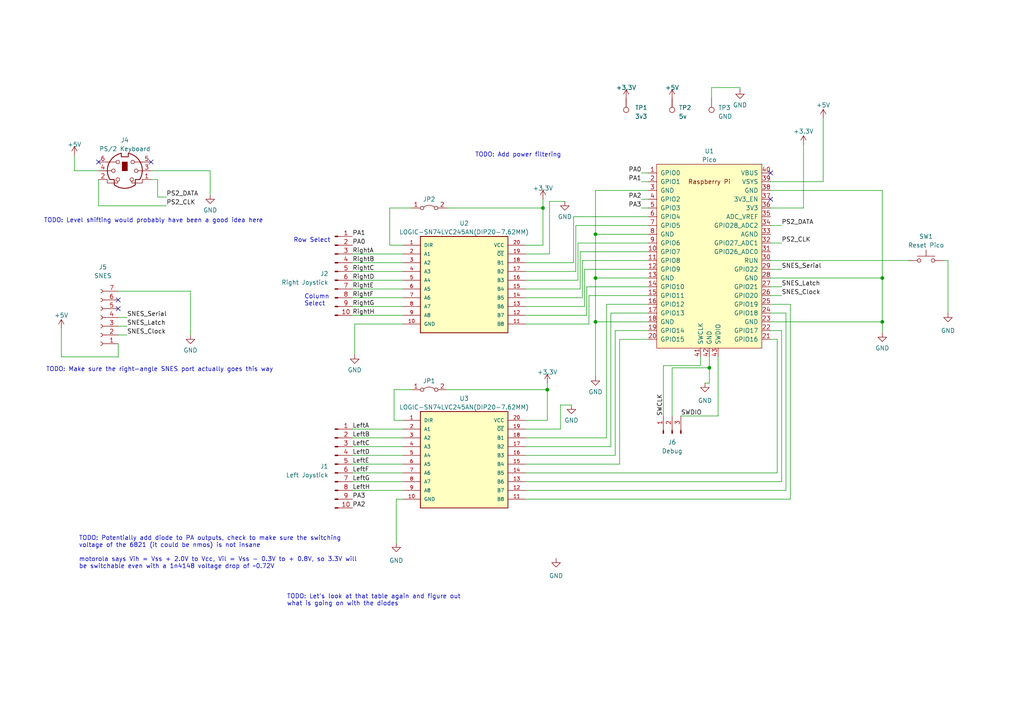
<source format=kicad_sch>
(kicad_sch (version 20230121) (generator eeschema)
  (paper "A4")
  (lib_symbols
    (symbol "Connector:Conn_01x03_Pin" (pin_names (offset 1.016) hide)
      (property "Reference" "J" (at 0 5.08 0))
      (property "Value" "Conn_01x03_Pin" (at 0 -5.08 0))
      (symbol "Conn_01x03_Pin_1_1"
        (polyline (pts (xy 1.27 -2.54) (xy 0.8636 -2.54)) (stroke (width 0.1524)))
        (polyline (pts (xy 1.27 0) (xy 0.8636 0)) (stroke (width 0.1524)))
        (polyline (pts (xy 1.27 2.54) (xy 0.8636 2.54)) (stroke (width 0.1524)))
        (rectangle (start 0.8636 -2.413) (end 0 -2.667) (stroke (width 0.1524)) (fill (type outline)))
        (rectangle (start 0.8636 0.127) (end 0 -0.127) (stroke (width 0.1524)) (fill (type outline)))
        (rectangle (start 0.8636 2.667) (end 0 2.413) (stroke (width 0.1524)) (fill (type outline)))
        (pin passive line (at 5.08 2.54 180) (length 3.81) (name "Pin_1") (number "1"))
        (pin passive line (at 5.08 0 180) (length 3.81) (name "Pin_2") (number "2"))
        (pin passive line (at 5.08 -2.54 180) (length 3.81) (name "Pin_3") (number "3"))
      )
    )
    (symbol "Connector:Conn_01x07_Socket" (pin_names (offset 1.016) hide)
      (property "Reference" "J" (at 0 10.16 0))
      (property "Value" "Conn_01x07_Socket" (at 0 -10.16 0))
      (symbol "Conn_01x07_Socket_1_1"
        (arc (start 0 -7.112) (mid -0.5058 -7.62) (end 0 -8.128) (stroke (width 0.1524)))
        (arc (start 0 -4.572) (mid -0.5058 -5.08) (end 0 -5.588) (stroke (width 0.1524)))
        (arc (start 0 -2.032) (mid -0.5058 -2.54) (end 0 -3.048) (stroke (width 0.1524)))
        (polyline (pts (xy -1.27 -7.62) (xy -0.508 -7.62)) (stroke (width 0.1524)))
        (polyline (pts (xy -1.27 -5.08) (xy -0.508 -5.08)) (stroke (width 0.1524)))
        (polyline (pts (xy -1.27 -2.54) (xy -0.508 -2.54)) (stroke (width 0.1524)))
        (polyline (pts (xy -1.27 0) (xy -0.508 0)) (stroke (width 0.1524)))
        (polyline (pts (xy -1.27 2.54) (xy -0.508 2.54)) (stroke (width 0.1524)))
        (polyline (pts (xy -1.27 5.08) (xy -0.508 5.08)) (stroke (width 0.1524)))
        (polyline (pts (xy -1.27 7.62) (xy -0.508 7.62)) (stroke (width 0.1524)))
        (arc (start 0 0.508) (mid -0.5058 0) (end 0 -0.508) (stroke (width 0.1524)))
        (arc (start 0 3.048) (mid -0.5058 2.54) (end 0 2.032) (stroke (width 0.1524)))
        (arc (start 0 5.588) (mid -0.5058 5.08) (end 0 4.572) (stroke (width 0.1524)))
        (arc (start 0 8.128) (mid -0.5058 7.62) (end 0 7.112) (stroke (width 0.1524)))
        (pin passive line (at -5.08 7.62 0) (length 3.81) (name "Pin_1") (number "1"))
        (pin passive line (at -5.08 5.08 0) (length 3.81) (name "Pin_2") (number "2"))
        (pin passive line (at -5.08 2.54 0) (length 3.81) (name "Pin_3") (number "3"))
        (pin passive line (at -5.08 0 0) (length 3.81) (name "Pin_4") (number "4"))
        (pin passive line (at -5.08 -2.54 0) (length 3.81) (name "Pin_5") (number "5"))
        (pin passive line (at -5.08 -5.08 0) (length 3.81) (name "Pin_6") (number "6"))
        (pin passive line (at -5.08 -7.62 0) (length 3.81) (name "Pin_7") (number "7"))
      )
    )
    (symbol "Connector:Conn_01x10_Pin" (pin_names (offset 1.016) hide)
      (property "Reference" "J" (at 0 12.7 0))
      (property "Value" "Conn_01x10_Pin" (at 0 -15.24 0))
      (symbol "Conn_01x10_Pin_1_1"
        (polyline (pts (xy 1.27 -12.7) (xy 0.8636 -12.7)) (stroke (width 0.1524)))
        (polyline (pts (xy 1.27 -10.16) (xy 0.8636 -10.16)) (stroke (width 0.1524)))
        (polyline (pts (xy 1.27 -7.62) (xy 0.8636 -7.62)) (stroke (width 0.1524)))
        (polyline (pts (xy 1.27 -5.08) (xy 0.8636 -5.08)) (stroke (width 0.1524)))
        (polyline (pts (xy 1.27 -2.54) (xy 0.8636 -2.54)) (stroke (width 0.1524)))
        (polyline (pts (xy 1.27 0) (xy 0.8636 0)) (stroke (width 0.1524)))
        (polyline (pts (xy 1.27 2.54) (xy 0.8636 2.54)) (stroke (width 0.1524)))
        (polyline (pts (xy 1.27 5.08) (xy 0.8636 5.08)) (stroke (width 0.1524)))
        (polyline (pts (xy 1.27 7.62) (xy 0.8636 7.62)) (stroke (width 0.1524)))
        (polyline (pts (xy 1.27 10.16) (xy 0.8636 10.16)) (stroke (width 0.1524)))
        (rectangle (start 0.8636 -12.573) (end 0 -12.827) (stroke (width 0.1524)) (fill (type outline)))
        (rectangle (start 0.8636 -10.033) (end 0 -10.287) (stroke (width 0.1524)) (fill (type outline)))
        (rectangle (start 0.8636 -7.493) (end 0 -7.747) (stroke (width 0.1524)) (fill (type outline)))
        (rectangle (start 0.8636 -4.953) (end 0 -5.207) (stroke (width 0.1524)) (fill (type outline)))
        (rectangle (start 0.8636 -2.413) (end 0 -2.667) (stroke (width 0.1524)) (fill (type outline)))
        (rectangle (start 0.8636 0.127) (end 0 -0.127) (stroke (width 0.1524)) (fill (type outline)))
        (rectangle (start 0.8636 2.667) (end 0 2.413) (stroke (width 0.1524)) (fill (type outline)))
        (rectangle (start 0.8636 5.207) (end 0 4.953) (stroke (width 0.1524)) (fill (type outline)))
        (rectangle (start 0.8636 7.747) (end 0 7.493) (stroke (width 0.1524)) (fill (type outline)))
        (rectangle (start 0.8636 10.287) (end 0 10.033) (stroke (width 0.1524)) (fill (type outline)))
        (pin passive line (at 5.08 10.16 180) (length 3.81) (name "Pin_1") (number "1"))
        (pin passive line (at 5.08 -12.7 180) (length 3.81) (name "Pin_10") (number "10"))
        (pin passive line (at 5.08 7.62 180) (length 3.81) (name "Pin_2") (number "2"))
        (pin passive line (at 5.08 5.08 180) (length 3.81) (name "Pin_3") (number "3"))
        (pin passive line (at 5.08 2.54 180) (length 3.81) (name "Pin_4") (number "4"))
        (pin passive line (at 5.08 0 180) (length 3.81) (name "Pin_5") (number "5"))
        (pin passive line (at 5.08 -2.54 180) (length 3.81) (name "Pin_6") (number "6"))
        (pin passive line (at 5.08 -5.08 180) (length 3.81) (name "Pin_7") (number "7"))
        (pin passive line (at 5.08 -7.62 180) (length 3.81) (name "Pin_8") (number "8"))
        (pin passive line (at 5.08 -10.16 180) (length 3.81) (name "Pin_9") (number "9"))
      )
    )
    (symbol "Connector:Mini-DIN-6" (pin_names (offset 1.016))
      (property "Reference" "J" (at 0 6.35 0))
      (property "Value" "Mini-DIN-6" (at 0 -6.35 0))
      (symbol "Mini-DIN-6_0_1"
        (circle (center -3.302 0) (radius 0.508))
        (arc (start -3.048 -4.064) (mid 0 -5.08) (end 3.048 -4.064) (stroke (width 0.254)))
        (circle (center -2.032 -2.54) (radius 0.508))
        (circle (center -2.032 2.54) (radius 0.508))
        (arc (start -1.016 5.08) (mid -4.6228 2.1214) (end -4.318 -2.54) (stroke (width 0.254)))
        (rectangle (start -0.762 2.54) (end 0.762 0) (fill (type outline)))
        (polyline (pts (xy -3.81 0) (xy -5.08 0)))
        (polyline (pts (xy -2.54 2.54) (xy -5.08 2.54)))
        (polyline (pts (xy 2.794 2.54) (xy 5.08 2.54)))
        (polyline (pts (xy 5.08 0) (xy 3.81 0)))
        (polyline (pts (xy -4.318 -2.54) (xy -3.048 -2.54) (xy -3.048 -4.064)) (stroke (width 0.254)))
        (polyline (pts (xy 4.318 -2.54) (xy 3.048 -2.54) (xy 3.048 -4.064)) (stroke (width 0.254)))
        (polyline (pts (xy -2.032 -3.048) (xy -2.032 -3.556) (xy -5.08 -3.556) (xy -5.08 -2.54)))
        (polyline (pts (xy -1.016 5.08) (xy -1.016 4.064) (xy 1.016 4.064) (xy 1.016 5.08)) (stroke (width 0.254)))
        (polyline (pts (xy 2.032 -3.048) (xy 2.032 -3.556) (xy 5.08 -3.556) (xy 5.08 -2.54)))
        (circle (center 2.032 -2.54) (radius 0.508))
        (circle (center 2.286 2.54) (radius 0.508))
        (circle (center 3.302 0) (radius 0.508))
        (arc (start 4.318 -2.54) (mid 4.6661 2.1322) (end 1.016 5.08) (stroke (width 0.254)))
      )
      (symbol "Mini-DIN-6_1_1"
        (pin passive line (at 7.62 -2.54 180) (length 2.54) (name "~") (number "1"))
        (pin passive line (at -7.62 -2.54 0) (length 2.54) (name "~") (number "2"))
        (pin passive line (at 7.62 0 180) (length 2.54) (name "~") (number "3"))
        (pin passive line (at -7.62 0 0) (length 2.54) (name "~") (number "4"))
        (pin passive line (at 7.62 2.54 180) (length 2.54) (name "~") (number "5"))
        (pin passive line (at -7.62 2.54 0) (length 2.54) (name "~") (number "6"))
      )
    )
    (symbol "Connector:TestPoint" (pin_numbers hide) (pin_names (offset 0.762) hide)
      (property "Reference" "TP" (at 0 6.858 0))
      (property "Value" "TestPoint" (at 0 5.08 0))
      (symbol "TestPoint_0_1"
        (circle (center 0 3.302) (radius 0.762))
      )
      (symbol "TestPoint_1_1"
        (pin passive line (at 0 0 90) (length 2.54) (name "1") (number "1"))
      )
    )
    (symbol "Jumper:Jumper_2_Bridged" (pin_names (offset 0) hide)
      (property "Reference" "JP" (at 0 1.905 0))
      (property "Value" "Jumper_2_Bridged" (at 0 -2.54 0))
      (symbol "Jumper_2_Bridged_0_0"
        (circle (center -2.032 0) (radius 0.508))
        (circle (center 2.032 0) (radius 0.508))
      )
      (symbol "Jumper_2_Bridged_0_1"
        (arc (start 1.524 0.254) (mid 0 0.762) (end -1.524 0.254))
      )
      (symbol "Jumper_2_Bridged_1_1"
        (pin passive line (at -5.08 0 0) (length 2.54) (name "A") (number "1"))
        (pin passive line (at 5.08 0 180) (length 2.54) (name "B") (number "2"))
      )
    )
    (symbol "LOGIC-SN74LVC245AN_DIP20-7.62MM_:LOGIC-SN74LVC245AN(DIP20-7.62MM)" (pin_names (offset 1.016))
      (property "Reference" "U" (at -12.7098 16.5227 0))
      (property "Value" "LOGIC-SN74LVC245AN(DIP20-7.62MM)" (at -6.3603 16.5367 0))
      (symbol "LOGIC-SN74LVC245AN(DIP20-7.62MM)_0_0"
        (rectangle (start -12.7 -12.7) (end 12.7 15.24) (stroke (width 0.254)) (fill (type background)))
        (pin bidirectional line (at -17.78 12.7 0) (length 5.08) (name "DIR") (number "1"))
        (pin bidirectional line (at -17.78 -10.16 0) (length 5.08) (name "GND") (number "10"))
        (pin bidirectional line (at 17.78 -10.16 180) (length 5.08) (name "B8") (number "11"))
        (pin bidirectional line (at 17.78 -7.62 180) (length 5.08) (name "B7") (number "12"))
        (pin bidirectional line (at 17.78 -5.08 180) (length 5.08) (name "B6") (number "13"))
        (pin bidirectional line (at 17.78 -2.54 180) (length 5.08) (name "B5") (number "14"))
        (pin bidirectional line (at 17.78 0 180) (length 5.08) (name "B4") (number "15"))
        (pin bidirectional line (at 17.78 2.54 180) (length 5.08) (name "B3") (number "16"))
        (pin bidirectional line (at 17.78 5.08 180) (length 5.08) (name "B2") (number "17"))
        (pin bidirectional line (at 17.78 7.62 180) (length 5.08) (name "B1") (number "18"))
        (pin bidirectional line (at 17.78 10.16 180) (length 5.08) (name "~{OE}") (number "19"))
        (pin bidirectional line (at -17.78 10.16 0) (length 5.08) (name "A1") (number "2"))
        (pin bidirectional line (at 17.78 12.7 180) (length 5.08) (name "VCC") (number "20"))
        (pin bidirectional line (at -17.78 7.62 0) (length 5.08) (name "A2") (number "3"))
        (pin bidirectional line (at -17.78 5.08 0) (length 5.08) (name "A3") (number "4"))
        (pin bidirectional line (at -17.78 2.54 0) (length 5.08) (name "A4") (number "5"))
        (pin bidirectional line (at -17.78 0 0) (length 5.08) (name "A5") (number "6"))
        (pin bidirectional line (at -17.78 -2.54 0) (length 5.08) (name "A6") (number "7"))
        (pin bidirectional line (at -17.78 -5.08 0) (length 5.08) (name "A7") (number "8"))
        (pin bidirectional line (at -17.78 -7.62 0) (length 5.08) (name "A8") (number "9"))
      )
    )
    (symbol "MCU_RaspberryPi_and_Boards:Pico" (pin_names (offset 1.016))
      (property "Reference" "U" (at -13.97 27.94 0))
      (property "Value" "Pico" (at 0 19.05 0))
      (symbol "Pico_0_0"
        (text "Raspberry Pi" (at 0 21.59 0) (effects (font (size 1.27 1.27))))
      )
      (symbol "Pico_0_1"
        (rectangle (start -15.24 26.67) (end 15.24 -26.67) (fill (type background)))
      )
      (symbol "Pico_1_1"
        (pin bidirectional line (at -17.78 24.13 0) (length 2.54) (name "GPIO0") (number "1"))
        (pin bidirectional line (at -17.78 1.27 0) (length 2.54) (name "GPIO7") (number "10"))
        (pin bidirectional line (at -17.78 -1.27 0) (length 2.54) (name "GPIO8") (number "11"))
        (pin bidirectional line (at -17.78 -3.81 0) (length 2.54) (name "GPIO9") (number "12"))
        (pin power_in line (at -17.78 -6.35 0) (length 2.54) (name "GND") (number "13"))
        (pin bidirectional line (at -17.78 -8.89 0) (length 2.54) (name "GPIO10") (number "14"))
        (pin bidirectional line (at -17.78 -11.43 0) (length 2.54) (name "GPIO11") (number "15"))
        (pin bidirectional line (at -17.78 -13.97 0) (length 2.54) (name "GPIO12") (number "16"))
        (pin bidirectional line (at -17.78 -16.51 0) (length 2.54) (name "GPIO13") (number "17"))
        (pin power_in line (at -17.78 -19.05 0) (length 2.54) (name "GND") (number "18"))
        (pin bidirectional line (at -17.78 -21.59 0) (length 2.54) (name "GPIO14") (number "19"))
        (pin bidirectional line (at -17.78 21.59 0) (length 2.54) (name "GPIO1") (number "2"))
        (pin bidirectional line (at -17.78 -24.13 0) (length 2.54) (name "GPIO15") (number "20"))
        (pin bidirectional line (at 17.78 -24.13 180) (length 2.54) (name "GPIO16") (number "21"))
        (pin bidirectional line (at 17.78 -21.59 180) (length 2.54) (name "GPIO17") (number "22"))
        (pin power_in line (at 17.78 -19.05 180) (length 2.54) (name "GND") (number "23"))
        (pin bidirectional line (at 17.78 -16.51 180) (length 2.54) (name "GPIO18") (number "24"))
        (pin bidirectional line (at 17.78 -13.97 180) (length 2.54) (name "GPIO19") (number "25"))
        (pin bidirectional line (at 17.78 -11.43 180) (length 2.54) (name "GPIO20") (number "26"))
        (pin bidirectional line (at 17.78 -8.89 180) (length 2.54) (name "GPIO21") (number "27"))
        (pin power_in line (at 17.78 -6.35 180) (length 2.54) (name "GND") (number "28"))
        (pin bidirectional line (at 17.78 -3.81 180) (length 2.54) (name "GPIO22") (number "29"))
        (pin power_in line (at -17.78 19.05 0) (length 2.54) (name "GND") (number "3"))
        (pin input line (at 17.78 -1.27 180) (length 2.54) (name "RUN") (number "30"))
        (pin bidirectional line (at 17.78 1.27 180) (length 2.54) (name "GPIO26_ADC0") (number "31"))
        (pin bidirectional line (at 17.78 3.81 180) (length 2.54) (name "GPIO27_ADC1") (number "32"))
        (pin power_in line (at 17.78 6.35 180) (length 2.54) (name "AGND") (number "33"))
        (pin bidirectional line (at 17.78 8.89 180) (length 2.54) (name "GPIO28_ADC2") (number "34"))
        (pin unspecified line (at 17.78 11.43 180) (length 2.54) (name "ADC_VREF") (number "35"))
        (pin power_out line (at 17.78 13.97 180) (length 2.54) (name "3V3") (number "36"))
        (pin input line (at 17.78 16.51 180) (length 2.54) (name "3V3_EN") (number "37"))
        (pin power_in line (at 17.78 19.05 180) (length 2.54) (name "GND") (number "38"))
        (pin power_in line (at 17.78 21.59 180) (length 2.54) (name "VSYS") (number "39"))
        (pin bidirectional line (at -17.78 16.51 0) (length 2.54) (name "GPIO2") (number "4"))
        (pin power_out line (at 17.78 24.13 180) (length 2.54) (name "VBUS") (number "40"))
        (pin input line (at -2.54 -29.21 90) (length 2.54) (name "SWCLK") (number "41"))
        (pin power_in line (at 0 -29.21 90) (length 2.54) (name "GND") (number "42"))
        (pin bidirectional line (at 2.54 -29.21 90) (length 2.54) (name "SWDIO") (number "43"))
        (pin bidirectional line (at -17.78 13.97 0) (length 2.54) (name "GPIO3") (number "5"))
        (pin bidirectional line (at -17.78 11.43 0) (length 2.54) (name "GPIO4") (number "6"))
        (pin bidirectional line (at -17.78 8.89 0) (length 2.54) (name "GPIO5") (number "7"))
        (pin power_in line (at -17.78 6.35 0) (length 2.54) (name "GND") (number "8"))
        (pin bidirectional line (at -17.78 3.81 0) (length 2.54) (name "GPIO6") (number "9"))
      )
    )
    (symbol "Switch:SW_Push" (pin_numbers hide) (pin_names (offset 1.016) hide)
      (property "Reference" "SW" (at 1.27 2.54 0))
      (property "Value" "SW_Push" (at 0 -1.524 0))
      (symbol "SW_Push_0_1"
        (circle (center -2.032 0) (radius 0.508))
        (polyline (pts (xy 0 1.27) (xy 0 3.048)))
        (polyline (pts (xy 2.54 1.27) (xy -2.54 1.27)))
        (circle (center 2.032 0) (radius 0.508))
        (pin passive line (at -5.08 0 0) (length 2.54) (name "1") (number "1"))
        (pin passive line (at 5.08 0 180) (length 2.54) (name "2") (number "2"))
      )
    )
    (symbol "power:+3.3V" (power) (pin_names (offset 0))
      (property "Value" "+3.3V" (at 0 3.556 0))
      (symbol "+3.3V_0_1"
        (polyline (pts (xy -0.762 1.27) (xy 0 2.54)))
        (polyline (pts (xy 0 0) (xy 0 2.54)))
        (polyline (pts (xy 0 2.54) (xy 0.762 1.27)))
      )
      (symbol "+3.3V_1_1"
        (pin power_in line (at 0 0 90) (length 0) hide (name "+3.3V") (number "1"))
      )
    )
    (symbol "power:+5V" (power) (pin_names (offset 0))
      (property "Value" "+5V" (at 0 3.556 0))
      (symbol "+5V_0_1"
        (polyline (pts (xy -0.762 1.27) (xy 0 2.54)))
        (polyline (pts (xy 0 0) (xy 0 2.54)))
        (polyline (pts (xy 0 2.54) (xy 0.762 1.27)))
      )
      (symbol "+5V_1_1"
        (pin power_in line (at 0 0 90) (length 0) hide (name "+5V") (number "1"))
      )
    )
    (symbol "power:GND" (power) (pin_names (offset 0))
      (property "Value" "GND" (at 0 -3.81 0))
      (symbol "GND_0_1"
        (polyline (pts (xy 0 0) (xy 0 -1.27) (xy 1.27 -1.27) (xy 0 -2.54) (xy -1.27 -1.27) (xy 0 -1.27)))
      )
      (symbol "GND_1_1"
        (pin power_in line (at 0 0 270) (length 0) hide (name "GND") (number "1"))
      )
    )
  )
  (junction (at 172.72 80.645))
  (junction (at 157.48 60.325))
  (junction (at 205.74 106.68))
  (junction (at 255.905 93.345))
  (junction (at 172.72 93.345))
  (junction (at 255.905 80.645))
  (junction (at 158.75 113.03))
  (junction (at 172.72 67.945))
  (no_connect (at 34.29 89.535))
  (no_connect (at 28.575 46.99))
  (no_connect (at 223.52 57.785))
  (no_connect (at 34.29 86.995))
  (no_connect (at 223.52 50.165))
  (no_connect (at 43.815 46.99))
  (wire (pts (xy 187.96 83.185) (xy 170.18 83.185)))
  (wire (pts (xy 186.055 50.165) (xy 187.96 50.165)))
  (wire (pts (xy 263.525 75.565) (xy 223.52 75.565)))
  (wire (pts (xy 255.905 55.245) (xy 223.52 55.245)))
  (wire (pts (xy 60.96 49.53) (xy 43.815 49.53)))
  (wire (pts (xy 187.96 70.485) (xy 167.64 70.485)))
  (wire (pts (xy 102.235 142.24) (xy 116.84 142.24)))
  (wire (pts (xy 157.48 60.325) (xy 157.48 71.12)))
  (wire (pts (xy 102.235 86.36) (xy 116.84 86.36)))
  (wire (pts (xy 102.235 139.7) (xy 116.84 139.7)))
  (wire (pts (xy 187.96 78.105) (xy 169.545 78.105)))
  (wire (pts (xy 162.56 124.46) (xy 152.4 124.46)))
  (wire (pts (xy 192.405 120.65) (xy 192.405 106.045)))
  (wire (pts (xy 223.52 83.185) (xy 226.695 83.185)))
  (wire (pts (xy 17.78 95.25) (xy 17.78 103.505)))
  (wire (pts (xy 162.56 117.475) (xy 162.56 124.46)))
  (wire (pts (xy 223.52 78.105) (xy 226.695 78.105)))
  (wire (pts (xy 152.4 71.12) (xy 157.48 71.12)))
  (wire (pts (xy 205.74 106.68) (xy 194.945 106.68)))
  (wire (pts (xy 166.37 76.2) (xy 152.4 76.2)))
  (wire (pts (xy 102.235 91.44) (xy 116.84 91.44)))
  (wire (pts (xy 172.72 80.645) (xy 172.72 93.345)))
  (wire (pts (xy 152.4 137.16) (xy 225.425 137.16)))
  (wire (pts (xy 187.96 75.565) (xy 168.91 75.565)))
  (wire (pts (xy 214.63 25.4) (xy 214.63 26.035)))
  (wire (pts (xy 206.375 25.4) (xy 206.375 28.575)))
  (wire (pts (xy 238.76 34.29) (xy 238.76 52.705)))
  (wire (pts (xy 223.52 70.485) (xy 226.695 70.485)))
  (wire (pts (xy 114.935 157.48) (xy 114.935 144.78)))
  (wire (pts (xy 225.425 98.425) (xy 225.425 137.16)))
  (wire (pts (xy 223.52 65.405) (xy 226.695 65.405)))
  (wire (pts (xy 169.545 78.105) (xy 169.545 88.9)))
  (wire (pts (xy 102.235 81.28) (xy 116.84 81.28)))
  (wire (pts (xy 152.4 127) (xy 175.895 127)))
  (wire (pts (xy 205.74 106.68) (xy 205.74 103.505)))
  (wire (pts (xy 167.64 70.485) (xy 167.64 81.28)))
  (wire (pts (xy 255.905 80.645) (xy 255.905 55.245)))
  (wire (pts (xy 205.74 111.125) (xy 205.74 106.68)))
  (wire (pts (xy 229.235 88.265) (xy 229.235 144.78)))
  (wire (pts (xy 159.385 73.66) (xy 152.4 73.66)))
  (wire (pts (xy 152.4 83.82) (xy 168.275 83.82)))
  (wire (pts (xy 158.75 121.92) (xy 152.4 121.92)))
  (wire (pts (xy 187.96 73.025) (xy 168.275 73.025)))
  (wire (pts (xy 114.3 121.92) (xy 116.84 121.92)))
  (wire (pts (xy 233.045 41.91) (xy 233.045 60.325)))
  (wire (pts (xy 172.72 55.245) (xy 172.72 67.945)))
  (wire (pts (xy 102.235 124.46) (xy 116.84 124.46)))
  (wire (pts (xy 152.4 134.62) (xy 179.705 134.62)))
  (wire (pts (xy 186.055 57.785) (xy 187.96 57.785)))
  (wire (pts (xy 192.405 106.045) (xy 203.2 106.045)))
  (wire (pts (xy 238.76 52.705) (xy 223.52 52.705)))
  (wire (pts (xy 255.905 96.52) (xy 255.905 93.345)))
  (wire (pts (xy 225.425 98.425) (xy 223.52 98.425)))
  (wire (pts (xy 28.575 59.69) (xy 28.575 52.07)))
  (wire (pts (xy 17.78 103.505) (xy 34.29 103.505)))
  (wire (pts (xy 102.87 102.87) (xy 102.87 93.98)))
  (wire (pts (xy 226.695 95.885) (xy 226.695 139.7)))
  (wire (pts (xy 158.75 111.125) (xy 158.75 113.03)))
  (wire (pts (xy 187.96 95.885) (xy 178.435 95.885)))
  (wire (pts (xy 129.54 60.325) (xy 157.48 60.325)))
  (wire (pts (xy 170.815 93.98) (xy 152.4 93.98)))
  (wire (pts (xy 119.38 113.03) (xy 114.3 113.03)))
  (wire (pts (xy 223.52 85.725) (xy 226.695 85.725)))
  (wire (pts (xy 170.815 85.725) (xy 170.815 93.98)))
  (wire (pts (xy 162.56 117.475) (xy 165.735 117.475)))
  (wire (pts (xy 34.29 97.155) (xy 36.83 97.155)))
  (wire (pts (xy 166.37 62.865) (xy 166.37 76.2)))
  (wire (pts (xy 152.4 144.78) (xy 229.235 144.78)))
  (wire (pts (xy 102.235 83.82) (xy 116.84 83.82)))
  (wire (pts (xy 116.84 71.12) (xy 113.03 71.12)))
  (wire (pts (xy 167.005 65.405) (xy 167.005 78.74)))
  (wire (pts (xy 168.91 86.36) (xy 152.4 86.36)))
  (wire (pts (xy 152.4 132.08) (xy 178.435 132.08)))
  (wire (pts (xy 203.2 106.045) (xy 203.2 103.505)))
  (wire (pts (xy 170.18 91.44) (xy 152.4 91.44)))
  (wire (pts (xy 273.685 75.565) (xy 274.955 75.565)))
  (wire (pts (xy 255.905 80.645) (xy 255.905 93.345)))
  (wire (pts (xy 21.59 49.53) (xy 21.59 45.085)))
  (wire (pts (xy 226.695 95.885) (xy 223.52 95.885)))
  (wire (pts (xy 208.28 120.65) (xy 208.28 103.505)))
  (wire (pts (xy 45.72 52.07) (xy 43.815 52.07)))
  (wire (pts (xy 204.47 111.125) (xy 205.74 111.125)))
  (wire (pts (xy 187.96 55.245) (xy 172.72 55.245)))
  (wire (pts (xy 152.4 139.7) (xy 226.695 139.7)))
  (wire (pts (xy 168.275 73.025) (xy 168.275 83.82)))
  (wire (pts (xy 102.235 137.16) (xy 116.84 137.16)))
  (wire (pts (xy 158.75 113.03) (xy 158.75 121.92)))
  (wire (pts (xy 172.72 109.22) (xy 172.72 93.345)))
  (wire (pts (xy 55.245 84.455) (xy 55.245 97.155)))
  (wire (pts (xy 187.96 67.945) (xy 172.72 67.945)))
  (wire (pts (xy 102.235 73.66) (xy 116.84 73.66)))
  (wire (pts (xy 177.165 90.805) (xy 187.96 90.805)))
  (wire (pts (xy 227.965 90.805) (xy 223.52 90.805)))
  (wire (pts (xy 175.895 88.265) (xy 175.895 127)))
  (wire (pts (xy 177.165 90.805) (xy 177.165 129.54)))
  (wire (pts (xy 214.63 25.4) (xy 206.375 25.4)))
  (wire (pts (xy 179.705 98.425) (xy 179.705 134.62)))
  (wire (pts (xy 179.705 98.425) (xy 187.96 98.425)))
  (wire (pts (xy 187.96 65.405) (xy 167.005 65.405)))
  (wire (pts (xy 274.955 75.565) (xy 274.955 90.805)))
  (wire (pts (xy 34.29 94.615) (xy 36.83 94.615)))
  (wire (pts (xy 102.235 129.54) (xy 116.84 129.54)))
  (wire (pts (xy 233.045 60.325) (xy 223.52 60.325)))
  (wire (pts (xy 178.435 95.885) (xy 178.435 132.08)))
  (wire (pts (xy 28.575 49.53) (xy 21.59 49.53)))
  (wire (pts (xy 187.96 62.865) (xy 166.37 62.865)))
  (wire (pts (xy 172.72 67.945) (xy 172.72 80.645)))
  (wire (pts (xy 159.385 58.42) (xy 159.385 73.66)))
  (wire (pts (xy 34.29 84.455) (xy 55.245 84.455)))
  (wire (pts (xy 34.29 103.505) (xy 34.29 99.695)))
  (wire (pts (xy 114.3 113.03) (xy 114.3 121.92)))
  (wire (pts (xy 157.48 57.785) (xy 157.48 60.325)))
  (wire (pts (xy 169.545 88.9) (xy 152.4 88.9)))
  (wire (pts (xy 197.485 120.65) (xy 208.28 120.65)))
  (wire (pts (xy 102.87 93.98) (xy 116.84 93.98)))
  (wire (pts (xy 168.91 75.565) (xy 168.91 86.36)))
  (wire (pts (xy 186.055 52.705) (xy 187.96 52.705)))
  (wire (pts (xy 167.64 81.28) (xy 152.4 81.28)))
  (wire (pts (xy 152.4 142.24) (xy 227.965 142.24)))
  (wire (pts (xy 102.235 127) (xy 116.84 127)))
  (wire (pts (xy 34.29 92.075) (xy 36.83 92.075)))
  (wire (pts (xy 102.235 134.62) (xy 116.84 134.62)))
  (wire (pts (xy 255.905 93.345) (xy 223.52 93.345)))
  (wire (pts (xy 227.965 90.805) (xy 227.965 142.24)))
  (wire (pts (xy 102.235 76.2) (xy 116.84 76.2)))
  (wire (pts (xy 186.055 60.325) (xy 187.96 60.325)))
  (wire (pts (xy 187.96 80.645) (xy 172.72 80.645)))
  (wire (pts (xy 113.03 60.325) (xy 119.38 60.325)))
  (wire (pts (xy 158.75 113.03) (xy 129.54 113.03)))
  (wire (pts (xy 167.005 78.74) (xy 152.4 78.74)))
  (wire (pts (xy 194.945 106.68) (xy 194.945 120.65)))
  (wire (pts (xy 113.03 71.12) (xy 113.03 60.325)))
  (wire (pts (xy 223.52 80.645) (xy 255.905 80.645)))
  (wire (pts (xy 45.72 57.15) (xy 45.72 52.07)))
  (wire (pts (xy 60.96 56.515) (xy 60.96 49.53)))
  (wire (pts (xy 163.83 58.42) (xy 159.385 58.42)))
  (wire (pts (xy 170.18 83.185) (xy 170.18 91.44)))
  (wire (pts (xy 172.72 93.345) (xy 187.96 93.345)))
  (wire (pts (xy 175.895 88.265) (xy 187.96 88.265)))
  (wire (pts (xy 152.4 129.54) (xy 177.165 129.54)))
  (wire (pts (xy 229.235 88.265) (xy 223.52 88.265)))
  (wire (pts (xy 114.935 144.78) (xy 116.84 144.78)))
  (wire (pts (xy 48.26 59.69) (xy 28.575 59.69)))
  (wire (pts (xy 48.26 57.15) (xy 45.72 57.15)))
  (wire (pts (xy 187.96 85.725) (xy 170.815 85.725)))
  (wire (pts (xy 102.235 88.9) (xy 116.84 88.9)))
  (wire (pts (xy 102.235 78.74) (xy 116.84 78.74)))
  (wire (pts (xy 102.235 132.08) (xy 116.84 132.08)))
  (text "TODO: Make sure the right-angle SNES port actually goes this way" (at 13.335 107.95 0) (effects (font (size 1.27 1.27)) (justify left bottom)))
  (text "Column\nSelect" (at 88.265 88.9 0) (effects (font (size 1.27 1.27)) (justify left bottom)))
  (text "TODO: Potentially add diode to PA outputs, check to make sure the switching\nvoltage of the 6821 (it could be nmos) is not insane\n\nmotorola says Vih = Vss + 2.0V to Vcc, Vil = Vss - 0.3V to + 0.8V, so 3.3V will\nbe switchable even with a 1n4148 voltage drop of ~0.72V" (at 22.86 165.1 0) (effects (font (size 1.27 1.27)) (justify left bottom)))
  (text "TODO: Level shifting would probably have been a good idea here" (at 12.7 64.77 0) (effects (font (size 1.27 1.27)) (justify left bottom)))
  (text "TODO: Add power filtering" (at 137.795 45.72 0) (effects (font (size 1.27 1.27)) (justify left bottom)))
  (text "TODO: Let's look at that table again and figure out\nwhat is going on with the diodes" (at 83.185 175.895 0) (effects (font (size 1.27 1.27)) (justify left bottom)))
  (text "Row Select" (at 85.09 70.485 0) (effects (font (size 1.27 1.27)) (justify left bottom)))
  (label "LeftB" (at 102.235 127 0))
  (label "LeftE" (at 102.235 134.62 0))
  (label "PA3" (at 102.235 144.78 0))
  (label "PA0" (at 102.235 71.12 0))
  (label "RightA" (at 102.235 73.66 0))
  (label "SWDIO" (at 197.485 120.65 0))
  (label "RightD" (at 102.235 81.28 0))
  (label "LeftC" (at 102.235 129.54 0))
  (label "LeftF" (at 102.235 137.16 0))
  (label "LeftD" (at 102.235 132.08 0))
  (label "PS2_DATA" (at 226.695 65.405 0))
  (label "PA2" (at 186.055 57.785 180))
  (label "PA3" (at 186.055 60.325 180))
  (label "PA1" (at 186.055 52.705 180))
  (label "LeftA" (at 102.235 124.46 0))
  (label "LeftH" (at 102.235 142.24 0))
  (label "RightF" (at 102.235 86.36 0))
  (label "LeftG" (at 102.235 139.7 0))
  (label "SNES_Serial" (at 36.83 92.075 0))
  (label "RightH" (at 102.235 91.44 0))
  (label "SWCLK" (at 192.405 120.65 90))
  (label "SNES_Serial" (at 226.695 78.105 0))
  (label "SNES_Latch" (at 226.695 83.185 0))
  (label "RightE" (at 102.235 83.82 0))
  (label "PA2" (at 102.235 147.32 0))
  (label "PA1" (at 102.235 68.58 0))
  (label "RightB" (at 102.235 76.2 0))
  (label "SNES_Clock" (at 36.83 97.155 0))
  (label "SNES_Latch" (at 36.83 94.615 0))
  (label "SNES_Clock" (at 226.695 85.725 0))
  (label "PS2_DATA" (at 48.26 57.15 0))
  (label "PS2_CLK" (at 226.695 70.485 0))
  (label "RightG" (at 102.235 88.9 0))
  (label "RightC" (at 102.235 78.74 0))
  (label "PA0" (at 186.055 50.165 180))
  (label "PS2_CLK" (at 48.26 59.69 0))
  (symbol (lib_id "power:GND") (at 55.245 97.155 0) (unit 1)
    (property "Reference" "#PWR05" (effects hide))
    (property "Value" "GND" (at 55.245 101.6 0))
  )
  (symbol (lib_id "Connector:TestPoint") (at 181.61 28.575 180) (unit 1)
    (property "Reference" "TP1" (at 184.15 31.242 0) (effects (justify right)))
    (property "Value" "3v3" (at 184.15 33.782 0) (effects (justify right)))
    (property "Footprint" "TestPoint:TestPoint_Loop_D1.80mm_Drill1.0mm_Beaded" (effects hide))
  )
  (symbol (lib_id "power:GND") (at 255.905 96.52 0) (unit 1)
    (property "Reference" "#PWR08" (effects hide))
    (property "Value" "GND" (at 255.905 100.965 0))
  )
  (symbol (lib_id "Connector:Mini-DIN-6") (at 36.195 49.53 0) (unit 1)
    (property "Reference" "J4" (at 36.2127 40.64 0))
    (property "Value" "PS/2 Keyboard" (at 36.2127 43.18 0))
    (property "Footprint" "MD-60FC:CUI_MD-60FC" (effects hide))
    (property "Datasheet" "http://service.powerdynamics.com/ec/Catalog17/Section%2011.pdf" (effects hide))
  )
  (symbol (lib_id "power:GND") (at 165.735 117.475 0) (unit 1)
    (property "Reference" "#PWR017" (effects hide))
    (property "Value" "GND" (at 165.735 121.92 0))
  )
  (symbol (lib_id "Switch:SW_Push") (at 268.605 75.565 0) (unit 1)
    (property "Reference" "SW1" (at 268.605 68.58 0))
    (property "Value" "Reset Pico" (at 268.605 71.12 0))
    (property "Footprint" "Button_Switch_THT:SW_PUSH_6mm" (effects hide))
  )
  (symbol (lib_id "power:+5V") (at 238.76 34.29 0) (unit 1)
    (property "Reference" "#PWR013" (effects hide))
    (property "Value" "+5V" (at 238.76 30.48 0))
  )
  (symbol (lib_id "power:GND") (at 114.935 157.48 0) (unit 1)
    (property "Reference" "#PWR018" (effects hide))
    (property "Value" "GND" (at 114.935 162.56 0))
  )
  (symbol (lib_id "power:GND") (at 204.47 111.125 0) (unit 1)
    (property "Reference" "#PWR07" (effects hide))
    (property "Value" "GND" (at 204.47 116.205 0))
  )
  (symbol (lib_id "Connector:Conn_01x07_Socket") (at 29.21 92.075 180) (unit 1)
    (property "Reference" "J5" (at 29.845 77.47 0))
    (property "Value" "SNES" (at 29.845 80.01 0))
    (property "Footprint" "imciner2-connectors:GAMING_SNES" (effects hide))
  )
  (symbol (lib_id "power:GND") (at 163.83 58.42 0) (unit 1)
    (property "Reference" "#PWR016" (effects hide))
    (property "Value" "GND" (at 163.83 62.865 0))
  )
  (symbol (lib_id "LOGIC-SN74LVC245AN_DIP20-7.62MM_:LOGIC-SN74LVC245AN(DIP20-7.62MM)") (at 134.62 83.82 0) (unit 1)
    (property "Reference" "U2" (at 134.62 64.77 0))
    (property "Value" "LOGIC-SN74LVC245AN(DIP20-7.62MM)" (at 134.62 67.31 0))
    (property "Footprint" "Package_DIP:DIP-20_W7.62mm_Socket_LongPads" (effects hide))
    (property "DigiKey_Part_Number" "2156-SN74LVC245AN-ND" (effects hide))
    (property "MF" "Texas Instruments" (effects hide))
    (property "Purchase-URL" "https://www.snapeda.com/api/url_track_click_mouser/?unipart_id=105766&manufacturer=Texas Instruments&part_name=SN74LVC245AN&search_term=None" (effects hide))
    (property "Package" "PDIP-20 Texas Instruments" (effects hide))
    (property "MPN" "SN74LVC245AN" (effects hide))
    (property "VALUE" "TRANSCEIVER-8BIT" (effects hide))
    (property "SnapEDA_Link" "https://www.snapeda.com/parts/SN74LVC245AN/Texas+Instruments/view-part/?ref=snap" (effects hide))
    (property "MP" "SN74LVC245AN" (effects hide))
    (property "Description" "\nOctal Bus Transceiver With 3-State Outputs\n" (effects hide))
    (property "Check_prices" "https://www.snapeda.com/parts/SN74LVC245AN/Texas+Instruments/view-part/?ref=eda" (effects hide))
  )
  (symbol (lib_id "Connector:Conn_01x10_Pin") (at 97.155 78.74 0) (unit 1)
    (property "Reference" "J2" (at 95.25 79.375 0) (effects (justify right)))
    (property "Value" "Right Joystick" (at 95.25 81.915 0) (effects (justify right)))
    (property "Footprint" "Connector_PinHeader_2.54mm:PinHeader_1x10_P2.54mm_Horizontal" (effects hide))
  )
  (symbol (lib_id "power:+3.3V") (at 157.48 57.785 0) (unit 1)
    (property "Reference" "#PWR014" (effects hide))
    (property "Value" "+3.3V" (at 157.48 54.61 0))
  )
  (symbol (lib_id "Jumper:Jumper_2_Bridged") (at 124.46 60.325 0) (unit 1)
    (property "Reference" "JP2" (at 124.46 57.785 0))
    (property "Value" "Jumper_2_Bridged" (effects hide))
    (property "Footprint" "Jumper:SolderJumper-2_P1.3mm_Bridged2Bar_Pad1.0x1.5mm" (effects hide))
  )
  (symbol (lib_id "LOGIC-SN74LVC245AN_DIP20-7.62MM_:LOGIC-SN74LVC245AN(DIP20-7.62MM)") (at 134.62 134.62 0) (unit 1)
    (property "Reference" "U3" (at 134.62 115.57 0))
    (property "Value" "LOGIC-SN74LVC245AN(DIP20-7.62MM)" (at 134.62 118.11 0))
    (property "Footprint" "Package_DIP:DIP-20_W7.62mm_Socket_LongPads" (effects hide))
    (property "DigiKey_Part_Number" "2156-SN74LVC245AN-ND" (effects hide))
    (property "MF" "Texas Instruments" (effects hide))
    (property "Purchase-URL" "https://www.snapeda.com/api/url_track_click_mouser/?unipart_id=105766&manufacturer=Texas Instruments&part_name=SN74LVC245AN&search_term=None" (effects hide))
    (property "Package" "PDIP-20 Texas Instruments" (effects hide))
    (property "MPN" "SN74LVC245AN" (effects hide))
    (property "VALUE" "TRANSCEIVER-8BIT" (effects hide))
    (property "SnapEDA_Link" "https://www.snapeda.com/parts/SN74LVC245AN/Texas+Instruments/view-part/?ref=snap" (effects hide))
    (property "MP" "SN74LVC245AN" (effects hide))
    (property "Description" "\nOctal Bus Transceiver With 3-State Outputs\n" (effects hide))
    (property "Check_prices" "https://www.snapeda.com/parts/SN74LVC245AN/Texas+Instruments/view-part/?ref=eda" (effects hide))
  )
  (symbol (lib_id "power:GND") (at 274.955 90.805 0) (unit 1)
    (property "Reference" "#PWR012" (effects hide))
    (property "Value" "GND" (at 274.955 95.885 0))
  )
  (symbol (lib_id "power:+5V") (at 17.78 95.25 0) (unit 1)
    (property "Reference" "#PWR06" (effects hide))
    (property "Value" "+5V" (at 17.78 91.44 0))
  )
  (symbol (lib_id "power:+3.3V") (at 233.045 41.91 0) (unit 1)
    (property "Reference" "#PWR015" (effects hide))
    (property "Value" "+3.3V" (at 233.045 38.1 0))
  )
  (symbol (lib_id "power:+3.3V") (at 158.75 111.125 0) (unit 1)
    (property "Reference" "#PWR019" (effects hide))
    (property "Value" "+3.3V" (at 158.75 107.95 0))
  )
  (symbol (lib_id "Connector:Conn_01x10_Pin") (at 97.155 134.62 0) (unit 1)
    (property "Reference" "J1" (at 95.25 135.255 0) (effects (justify right)))
    (property "Value" "Left Joystick" (at 95.25 137.795 0) (effects (justify right)))
    (property "Footprint" "Connector_PinHeader_2.54mm:PinHeader_1x10_P2.54mm_Horizontal" (effects hide))
  )
  (symbol (lib_id "Connector:Conn_01x03_Pin") (at 194.945 125.73 90) (unit 1)
    (property "Reference" "J6" (at 194.945 128.27 90))
    (property "Value" "Debug" (at 194.945 130.81 90))
    (property "Footprint" "Connector_PinHeader_2.54mm:PinHeader_1x03_P2.54mm_Vertical" (effects hide))
  )
  (symbol (lib_id "Connector:TestPoint") (at 206.375 28.575 180) (unit 1)
    (property "Reference" "TP3" (at 208.28 31.242 0) (effects (justify right)))
    (property "Value" "GND" (at 208.28 33.782 0) (effects (justify right)))
    (property "Footprint" "TestPoint:TestPoint_Loop_D1.80mm_Drill1.0mm_Beaded" (effects hide))
  )
  (symbol (lib_id "power:GND") (at 161.29 161.925 0) (unit 1)
    (property "Reference" "#PWR011" (effects hide))
    (property "Value" "GND" (at 161.29 167.005 0))
  )
  (symbol (lib_id "Connector:TestPoint") (at 194.945 28.575 180) (unit 1)
    (property "Reference" "TP2" (at 196.85 31.242 0) (effects (justify right)))
    (property "Value" "5v" (at 196.85 33.782 0) (effects (justify right)))
    (property "Footprint" "TestPoint:TestPoint_Loop_D1.80mm_Drill1.0mm_Beaded" (effects hide))
  )
  (symbol (lib_id "Jumper:Jumper_2_Bridged") (at 124.46 113.03 0) (unit 1)
    (property "Reference" "JP1" (at 124.46 110.49 0))
    (property "Value" "Jumper_2_Bridged" (effects hide))
    (property "Footprint" "Jumper:SolderJumper-2_P1.3mm_Bridged2Bar_Pad1.0x1.5mm" (effects hide))
  )
  (symbol (lib_id "power:GND") (at 60.96 56.515 0) (unit 1)
    (property "Reference" "#PWR03" (effects hide))
    (property "Value" "GND" (at 60.96 60.96 0))
  )
  (symbol (lib_id "power:GND") (at 172.72 109.22 0) (unit 1)
    (property "Reference" "#PWR09" (effects hide))
    (property "Value" "GND" (at 172.72 113.665 0))
  )
  (symbol (lib_id "power:GND") (at 102.87 102.87 0) (unit 1)
    (property "Reference" "#PWR010" (effects hide))
    (property "Value" "GND" (at 102.87 107.315 0))
  )
  (symbol (lib_id "power:GND") (at 214.63 26.035 0) (unit 1)
    (property "Reference" "#PWR020" (effects hide))
    (property "Value" "GND" (at 214.63 30.48 0))
  )
  (symbol (lib_id "power:+3.3V") (at 181.61 28.575 0) (unit 1)
    (property "Reference" "#PWR022" (effects hide))
    (property "Value" "+3.3V" (at 181.61 25.4 0))
  )
  (symbol (lib_id "power:+5V") (at 194.945 28.575 0) (unit 1)
    (property "Reference" "#PWR021" (effects hide))
    (property "Value" "+5V" (at 194.945 25.4 0))
  )
  (symbol (lib_id "MCU_RaspberryPi_and_Boards:Pico") (at 205.74 74.295 0) (unit 1)
    (property "Reference" "U1" (at 205.74 43.815 0))
    (property "Value" "Pico" (at 205.74 46.355 0))
    (property "Footprint" "MCU_RaspberryPi_and_Boards:RPi_Pico_SMD_TH" (effects hide))
  )
  (symbol (lib_id "power:+5V") (at 21.59 45.085 0) (unit 1)
    (property "Reference" "#PWR04" (effects hide))
    (property "Value" "+5V" (at 21.59 41.91 0))
  )
)
</source>
